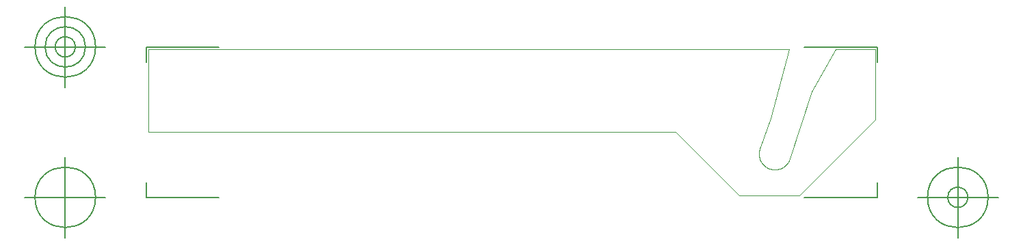
<source format=gbr>
G04 Generated by Ultiboard 14.2 *
%FSLAX46Y46*%
%MOIN*%

%ADD10C,0.000001*%
%ADD11C,0.005000*%
%ADD12C,0.000039*%


G04 ColorRGB CC99CC for the following layer *
%LN_uc275597528/_uc279817528*%
%LPD*%
G54D10*
G54D11*
X-10000Y-330000D02*
X-10000Y-256630D01*
X-10000Y-330000D02*
X346331Y-330000D01*
X3553307Y-330000D02*
X3196976Y-330000D01*
X3553307Y-330000D02*
X3553307Y-256630D01*
X3553307Y403701D02*
X3553307Y330331D01*
X3553307Y403701D02*
X3196976Y403701D01*
X-10000Y403701D02*
X346331Y403701D01*
X-10000Y403701D02*
X-10000Y330331D01*
X-206850Y-330000D02*
X-600551Y-330000D01*
X-403701Y-526850D02*
X-403701Y-133150D01*
X-551339Y-330000D02*
G75*
D01*
G02X-551339Y-330000I147638J0*
G01*
X3750157Y-330000D02*
X4143858Y-330000D01*
X3947008Y-526850D02*
X3947008Y-133150D01*
X3799370Y-330000D02*
G75*
D01*
G02X3799370Y-330000I147638J0*
G01*
X3897795Y-330000D02*
G75*
D01*
G02X3897795Y-330000I49213J0*
G01*
X-206850Y403701D02*
X-600551Y403701D01*
X-403701Y206850D02*
X-403701Y600551D01*
X-551339Y403701D02*
G75*
D01*
G02X-551339Y403701I147638J0*
G01*
X-502126Y403701D02*
G75*
D01*
G02X-502126Y403701I98425J0*
G01*
X-452913Y403701D02*
G75*
D01*
G02X-452913Y403701I49212J0*
G01*
X-10000Y-330000D02*
X-10000Y-256630D01*
X-10000Y-330000D02*
X346331Y-330000D01*
X3553307Y-330000D02*
X3196976Y-330000D01*
X3553307Y-330000D02*
X3553307Y-256630D01*
X3553307Y403701D02*
X3553307Y330331D01*
X3553307Y403701D02*
X3196976Y403701D01*
X-10000Y403701D02*
X346331Y403701D01*
X-10000Y403701D02*
X-10000Y330331D01*
X-206850Y-330000D02*
X-600551Y-330000D01*
X-403701Y-526850D02*
X-403701Y-133150D01*
X-551339Y-330000D02*
G75*
D01*
G02X-551339Y-330000I147638J0*
G01*
X3750157Y-330000D02*
X4143858Y-330000D01*
X3947008Y-526850D02*
X3947008Y-133150D01*
X3799370Y-330000D02*
G75*
D01*
G02X3799370Y-330000I147638J0*
G01*
X3897795Y-330000D02*
G75*
D01*
G02X3897795Y-330000I49213J0*
G01*
X-206850Y403701D02*
X-600551Y403701D01*
X-403701Y206850D02*
X-403701Y600551D01*
X-551339Y403701D02*
G75*
D01*
G02X-551339Y403701I147638J0*
G01*
X-502126Y403701D02*
G75*
D01*
G02X-502126Y403701I98425J0*
G01*
X-452913Y403701D02*
G75*
D01*
G02X-452913Y403701I49212J0*
G01*
G54D12*
X3035000Y55000D02*
X2985000Y-85000D01*
X2982421Y-91219D01*
X2980393Y-97639D01*
X2978933Y-104212D01*
X2978052Y-110887D01*
X2977755Y-117613D01*
X2978046Y-124340D01*
X2978922Y-131015D01*
X2980376Y-137589D01*
X2982398Y-144011D01*
X2984972Y-150233D01*
X2988078Y-156206D01*
X2991693Y-161886D01*
X2995789Y-167229D01*
X3000336Y-172195D01*
X3005298Y-176746D01*
X3010637Y-180847D01*
X3016314Y-184467D01*
X3022285Y-187579D01*
X3028504Y-190158D01*
X3034924Y-192185D01*
X3041497Y-193645D01*
X3048172Y-194527D01*
X3054898Y-194824D01*
X3061625Y-194533D01*
X3068300Y-193657D01*
X3074874Y-192203D01*
X3081296Y-190181D01*
X3087518Y-187607D01*
X3093491Y-184501D01*
X3099171Y-180886D01*
X3104514Y-176789D01*
X3109480Y-172243D01*
X3114031Y-167281D01*
X3118132Y-161941D01*
X3121752Y-156264D01*
X3124864Y-150294D01*
X3125000Y-150000D01*
X0Y-10000D02*
X0Y393701D01*
X3125000Y393701D01*
X3035000Y55000D01*
X2570000Y-10000D02*
X2880000Y-320000D01*
X2570000Y-10000D02*
X0Y-10000D01*
X3543307Y50000D02*
X3543307Y393701D01*
X3173307Y-320000D02*
X3543307Y50000D01*
X2880000Y-320000D02*
X3173307Y-320000D01*
X3125000Y-150000D02*
X3235000Y185000D01*
X3350000Y393701D01*
X3543307Y393701D01*

M02*

</source>
